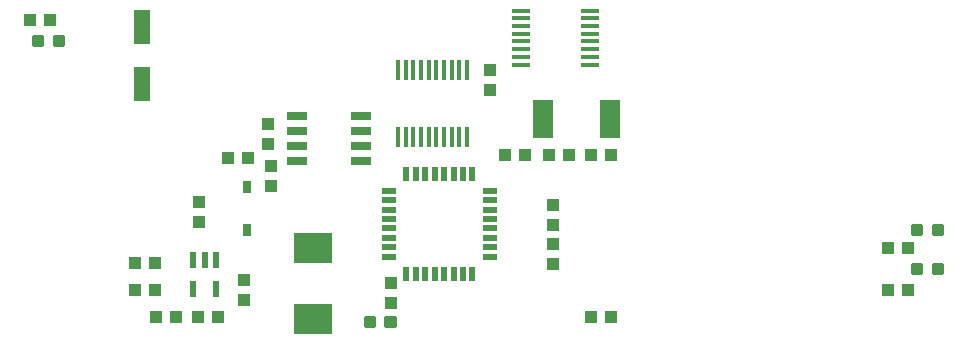
<source format=gbr>
G04 EAGLE Gerber X2 export*
%TF.Part,Single*%
%TF.FileFunction,Paste,Top*%
%TF.FilePolarity,Positive*%
%TF.GenerationSoftware,Autodesk,EAGLE,9.1.3*%
%TF.CreationDate,2019-04-01T20:10:06Z*%
G75*
%MOMM*%
%FSLAX34Y34*%
%LPD*%
%AMOC8*
5,1,8,0,0,1.08239X$1,22.5*%
G01*
%ADD10R,1.100000X1.000000*%
%ADD11R,1.000000X1.100000*%
%ADD12C,0.300000*%
%ADD13R,3.250000X2.500000*%
%ADD14R,1.800000X3.200000*%
%ADD15R,1.500000X0.450000*%
%ADD16R,0.589100X1.319200*%
%ADD17R,1.200000X0.500000*%
%ADD18R,0.500000X1.200000*%
%ADD19R,0.789100X0.977200*%
%ADD20R,1.700000X0.750000*%
%ADD21R,0.355600X1.676400*%
%ADD22R,1.400000X3.000000*%


D10*
X182000Y154940D03*
X199000Y154940D03*
X120260Y43180D03*
X103260Y43180D03*
D11*
X157480Y117720D03*
X157480Y100720D03*
X195580Y34680D03*
X195580Y51680D03*
D10*
X453780Y157480D03*
X470780Y157480D03*
X489340Y20320D03*
X506340Y20320D03*
X489340Y157480D03*
X506340Y157480D03*
D12*
X305880Y19248D02*
X305880Y12248D01*
X298880Y12248D01*
X298880Y19248D01*
X305880Y19248D01*
X305880Y15098D02*
X298880Y15098D01*
X298880Y17948D02*
X305880Y17948D01*
X323420Y19248D02*
X323420Y12248D01*
X316420Y12248D01*
X316420Y19248D01*
X323420Y19248D01*
X323420Y15098D02*
X316420Y15098D01*
X316420Y17948D02*
X323420Y17948D01*
X779970Y90480D02*
X779970Y97480D01*
X786970Y97480D01*
X786970Y90480D01*
X779970Y90480D01*
X779970Y93330D02*
X786970Y93330D01*
X786970Y96180D02*
X779970Y96180D01*
X762430Y97480D02*
X762430Y90480D01*
X762430Y97480D02*
X769430Y97480D01*
X769430Y90480D01*
X762430Y90480D01*
X762430Y93330D02*
X769430Y93330D01*
X769430Y96180D02*
X762430Y96180D01*
X779970Y64460D02*
X779970Y57460D01*
X779970Y64460D02*
X786970Y64460D01*
X786970Y57460D01*
X779970Y57460D01*
X779970Y60310D02*
X786970Y60310D01*
X786970Y63160D02*
X779970Y63160D01*
X762430Y64460D02*
X762430Y57460D01*
X762430Y64460D02*
X769430Y64460D01*
X769430Y57460D01*
X762430Y57460D01*
X762430Y60310D02*
X769430Y60310D01*
X769430Y63160D02*
X762430Y63160D01*
X35750Y250500D02*
X35750Y257500D01*
X42750Y257500D01*
X42750Y250500D01*
X35750Y250500D01*
X35750Y253350D02*
X42750Y253350D01*
X42750Y256200D02*
X35750Y256200D01*
X18210Y257500D02*
X18210Y250500D01*
X18210Y257500D02*
X25210Y257500D01*
X25210Y250500D01*
X18210Y250500D01*
X18210Y253350D02*
X25210Y253350D01*
X25210Y256200D02*
X18210Y256200D01*
D13*
X254000Y18260D03*
X254000Y78260D03*
D11*
X457200Y115180D03*
X457200Y98180D03*
X218440Y148200D03*
X218440Y131200D03*
X215900Y183760D03*
X215900Y166760D03*
D10*
X138040Y20320D03*
X121040Y20320D03*
X120260Y66040D03*
X103260Y66040D03*
X433950Y157480D03*
X416950Y157480D03*
D11*
X457200Y65160D03*
X457200Y82160D03*
D10*
X31360Y271780D03*
X14360Y271780D03*
X757800Y43180D03*
X740800Y43180D03*
X757800Y78740D03*
X740800Y78740D03*
D11*
X320040Y32140D03*
X320040Y49140D03*
X403860Y229480D03*
X403860Y212480D03*
D10*
X173600Y20320D03*
X156600Y20320D03*
D14*
X505520Y187960D03*
X449520Y187960D03*
D15*
X430740Y233790D03*
X430740Y240290D03*
X430740Y246790D03*
X430740Y253290D03*
X430740Y259790D03*
X430740Y266290D03*
X430740Y272790D03*
X430740Y279290D03*
X488740Y233790D03*
X488740Y240290D03*
X488740Y246790D03*
X488740Y253290D03*
X488740Y259790D03*
X488740Y266290D03*
X488740Y272790D03*
X488740Y279290D03*
D16*
X172060Y68343D03*
X162560Y68343D03*
X153060Y68343D03*
X153060Y43417D03*
X172060Y43417D03*
D17*
X403860Y127000D03*
X403860Y119000D03*
X403860Y111000D03*
X403860Y103000D03*
X403860Y95000D03*
X403860Y87000D03*
X403860Y79000D03*
X403860Y71000D03*
X318860Y127000D03*
X318860Y119000D03*
X318860Y111000D03*
X318860Y103000D03*
X318860Y95000D03*
X318860Y87000D03*
X318860Y79000D03*
X318860Y71000D03*
D18*
X389360Y141500D03*
X389360Y56500D03*
X381360Y56500D03*
X373360Y56500D03*
X365360Y56500D03*
X357360Y56500D03*
X349360Y56500D03*
X341360Y56500D03*
X333360Y56500D03*
X381360Y141500D03*
X373360Y141500D03*
X365360Y141500D03*
X357360Y141500D03*
X349360Y141500D03*
X341360Y141500D03*
X333360Y141500D03*
D19*
X198120Y93795D03*
X198120Y129725D03*
D20*
X294640Y190500D03*
X294640Y177800D03*
X294640Y165100D03*
X294640Y152400D03*
X240640Y190500D03*
X240640Y177800D03*
X240640Y165100D03*
X240640Y152400D03*
D21*
X326350Y172466D03*
X332850Y172466D03*
X339350Y172466D03*
X345850Y172466D03*
X352350Y172466D03*
X358850Y172466D03*
X365350Y172466D03*
X371850Y172466D03*
X378350Y172466D03*
X384850Y172466D03*
X384850Y228854D03*
X378350Y228854D03*
X371850Y228854D03*
X365350Y228854D03*
X358850Y228854D03*
X352350Y228854D03*
X345850Y228854D03*
X339350Y228854D03*
X332850Y228854D03*
X326350Y228854D03*
D22*
X109220Y217300D03*
X109220Y265300D03*
M02*

</source>
